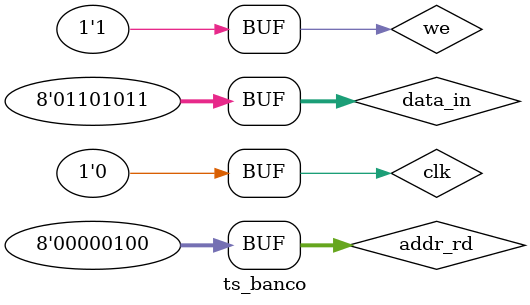
<source format=v>
`timescale 1ns / 1ps

module ts_banco();
                reg clk;
                reg st;
                reg we;
                reg [8-1:0] data_in;
                reg [8-1:0] addr_rd;
                reg [8-1:0] addr_rs1;
                reg [8-1:0] addr_rs2;
                reg [8-1:0] rs1;
                reg [8-1:0] rs2;

banco_registro bn1(.clk(clk),  
                   .rst(rst),
                   .we(we),
                   .data_in(data_in),
                   .addr_rd(addr_rd),
                   .addr_rs1(addr_rs1),
                   .addr_rs2(addr_rs2),
                   .rs1(rs1),
                   .rs2(rs2));
                   
always 
    begin 
        clk = 1; #20; clk = 0; #20;
    end

initial begin 
    addr_rd = 1;
    data_in <= "hola";
    we = 1; 
    #50;
    we = 0;
    addr_rd = addr_rd + 1;
    data_in <= "soy";
    we = 1; 
    #50;
    we = 0;
    addr_rd = addr_rd + 1;
    data_in <= "william";
    we = 1; 
    #50;
    we = 0;
    addr_rd = addr_rd + 1;
    data_in <= "elcrack";
    we = 1; 
    #50;
    
end
endmodule

</source>
